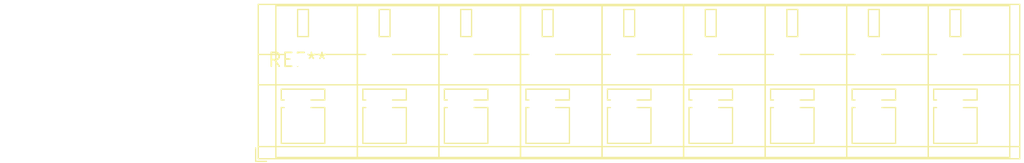
<source format=kicad_pcb>
(kicad_pcb (version 20240108) (generator pcbnew)
  (layers (0 "F.Cu" signal) (31 "B.Cu" signal) (34 "B.Paste" user) (35 "F.Paste" user) (36 "B.SilkS" user "B.Silkscreen") (37 "F.SilkS" user "F.Silkscreen") (38 "B.Mask" user) (39 "F.Mask" user) (44 "Edge.Cuts" user))
  (net 0 "")
  (footprint "TerminalBlock_WAGO_236-509_1x09_P7.50mm_45Degree" (layer "F.Cu") (at 0 0)
    (property "Reference" "REF**")
    (property "Value" "TerminalBlock_WAGO_236-509_1x09_P7.50mm_45Degree")
    (fp_line (start -3.86 8.12) (end -3.86 9.36) (layer "F.SilkS") (stroke (width 0.12)))
    (fp_line (start -3.86 9.36) (end -2.86 9.36) (layer "F.SilkS") (stroke (width 0.12)))
    (fp_line (start -3.62 -5.12) (end -3.62 9.12) (layer "F.SilkS") (stroke (width 0.12)))
    (fp_line (start -3.62 -5.12) (end 66.42 -5.12) (layer "F.SilkS") (stroke (width 0.12)))
    (fp_line (start -3.62 -0.5) (end -1.23 -0.5) (layer "F.SilkS") (stroke (width 0.12)))
    (fp_line (start -3.62 2.3) (end 66.42 2.3) (layer "F.SilkS") (stroke (width 0.12)))
    (fp_line (start -3.62 8) (end 66.42 8) (layer "F.SilkS") (stroke (width 0.12)))
    (fp_line (start -3.62 9.12) (end 66.42 9.12) (layer "F.SilkS") (stroke (width 0.12)))
    (fp_line (start -2 -5) (end -2 9) (layer "F.SilkS") (stroke (width 0.12)))
    (fp_line (start -2 -5) (end 5.5 -5) (layer "F.SilkS") (stroke (width 0.12)))
    (fp_line (start -2 9) (end 5.5 9) (layer "F.SilkS") (stroke (width 0.12)))
    (fp_line (start -1.5 2.7) (end -1.5 3.7) (layer "F.SilkS") (stroke (width 0.12)))
    (fp_line (start -1.5 2.7) (end 2.5 2.7) (layer "F.SilkS") (stroke (width 0.12)))
    (fp_line (start -1.5 3.7) (end -1.23 3.7) (layer "F.SilkS") (stroke (width 0.12)))
    (fp_line (start -1.5 4.4) (end -1.5 7.7) (layer "F.SilkS") (stroke (width 0.12)))
    (fp_line (start -1.5 4.4) (end -1.23 4.4) (layer "F.SilkS") (stroke (width 0.12)))
    (fp_line (start -1.5 7.7) (end 2.5 7.7) (layer "F.SilkS") (stroke (width 0.12)))
    (fp_line (start 0 -4.65) (end 0 -2.151) (layer "F.SilkS") (stroke (width 0.12)))
    (fp_line (start 0 -4.65) (end 1 -4.65) (layer "F.SilkS") (stroke (width 0.12)))
    (fp_line (start 0 -2.151) (end 1 -2.151) (layer "F.SilkS") (stroke (width 0.12)))
    (fp_line (start 1 -4.65) (end 1 -2.151) (layer "F.SilkS") (stroke (width 0.12)))
    (fp_line (start 1.23 -0.5) (end 6.27 -0.5) (layer "F.SilkS") (stroke (width 0.12)))
    (fp_line (start 1.23 3.7) (end 2.5 3.7) (layer "F.SilkS") (stroke (width 0.12)))
    (fp_line (start 1.23 4.4) (end 2.5 4.4) (layer "F.SilkS") (stroke (width 0.12)))
    (fp_line (start 2.5 2.7) (end 2.5 3.7) (layer "F.SilkS") (stroke (width 0.12)))
    (fp_line (start 2.5 4.4) (end 2.5 7.7) (layer "F.SilkS") (stroke (width 0.12)))
    (fp_line (start 5.5 -5) (end 5.5 9) (layer "F.SilkS") (stroke (width 0.12)))
    (fp_line (start 5.5 -5) (end 5.5 9) (layer "F.SilkS") (stroke (width 0.12)))
    (fp_line (start 5.5 -5) (end 13 -5) (layer "F.SilkS") (stroke (width 0.12)))
    (fp_line (start 5.5 9) (end 13 9) (layer "F.SilkS") (stroke (width 0.12)))
    (fp_line (start 6 2.7) (end 6 3.7) (layer "F.SilkS") (stroke (width 0.12)))
    (fp_line (start 6 2.7) (end 10 2.7) (layer "F.SilkS") (stroke (width 0.12)))
    (fp_line (start 6 3.7) (end 6.27 3.7) (layer "F.SilkS") (stroke (width 0.12)))
    (fp_line (start 6 4.4) (end 6 7.7) (layer "F.SilkS") (stroke (width 0.12)))
    (fp_line (start 6 4.4) (end 6.27 4.4) (layer "F.SilkS") (stroke (width 0.12)))
    (fp_line (start 6 7.7) (end 10 7.7) (layer "F.SilkS") (stroke (width 0.12)))
    (fp_line (start 7.5 -4.65) (end 7.5 -2.151) (layer "F.SilkS") (stroke (width 0.12)))
    (fp_line (start 7.5 -4.65) (end 8.5 -4.65) (layer "F.SilkS") (stroke (width 0.12)))
    (fp_line (start 7.5 -2.151) (end 8.5 -2.151) (layer "F.SilkS") (stroke (width 0.12)))
    (fp_line (start 8.5 -4.65) (end 8.5 -2.151) (layer "F.SilkS") (stroke (width 0.12)))
    (fp_line (start 8.73 -0.5) (end 13.77 -0.5) (layer "F.SilkS") (stroke (width 0.12)))
    (fp_line (start 8.73 3.7) (end 10 3.7) (layer "F.SilkS") (stroke (width 0.12)))
    (fp_line (start 8.73 4.4) (end 10 4.4) (layer "F.SilkS") (stroke (width 0.12)))
    (fp_line (start 10 2.7) (end 10 3.7) (layer "F.SilkS") (stroke (width 0.12)))
    (fp_line (start 10 4.4) (end 10 7.7) (layer "F.SilkS") (stroke (width 0.12)))
    (fp_line (start 13 -5) (end 13 9) (layer "F.SilkS") (stroke (width 0.12)))
    (fp_line (start 13 -5) (end 13 9) (layer "F.SilkS") (stroke (width 0.12)))
    (fp_line (start 13 -5) (end 20.5 -5) (layer "F.SilkS") (stroke (width 0.12)))
    (fp_line (start 13 9) (end 20.5 9) (layer "F.SilkS") (stroke (width 0.12)))
    (fp_line (start 13.5 2.7) (end 13.5 3.7) (layer "F.SilkS") (stroke (width 0.12)))
    (fp_line (start 13.5 2.7) (end 17.5 2.7) (layer "F.SilkS") (stroke (width 0.12)))
    (fp_line (start 13.5 3.7) (end 13.77 3.7) (layer "F.SilkS") (stroke (width 0.12)))
    (fp_line (start 13.5 4.4) (end 13.5 7.7) (layer "F.SilkS") (stroke (width 0.12)))
    (fp_line (start 13.5 4.4) (end 13.77 4.4) (layer "F.SilkS") (stroke (width 0.12)))
    (fp_line (start 13.5 7.7) (end 17.5 7.7) (layer "F.SilkS") (stroke (width 0.12)))
    (fp_line (start 15 -4.65) (end 15 -2.151) (layer "F.SilkS") (stroke (width 0.12)))
    (fp_line (start 15 -4.65) (end 16 -4.65) (layer "F.SilkS") (stroke (width 0.12)))
    (fp_line (start 15 -2.151) (end 16 -2.151) (layer "F.SilkS") (stroke (width 0.12)))
    (fp_line (start 16 -4.65) (end 16 -2.151) (layer "F.SilkS") (stroke (width 0.12)))
    (fp_line (start 16.23 -0.5) (end 21.27 -0.5) (layer "F.SilkS") (stroke (width 0.12)))
    (fp_line (start 16.23 3.7) (end 17.5 3.7) (layer "F.SilkS") (stroke (width 0.12)))
    (fp_line (start 16.23 4.4) (end 17.5 4.4) (layer "F.SilkS") (stroke (width 0.12)))
    (fp_line (start 17.5 2.7) (end 17.5 3.7) (layer "F.SilkS") (stroke (width 0.12)))
    (fp_line (start 17.5 4.4) (end 17.5 7.7) (layer "F.SilkS") (stroke (width 0.12)))
    (fp_line (start 20.5 -5) (end 20.5 9) (layer "F.SilkS") (stroke (width 0.12)))
    (fp_line (start 20.5 -5) (end 20.5 9) (layer "F.SilkS") (stroke (width 0.12)))
    (fp_line (start 20.5 -5) (end 28 -5) (layer "F.SilkS") (stroke (width 0.12)))
    (fp_line (start 20.5 9) (end 28 9) (layer "F.SilkS") (stroke (width 0.12)))
    (fp_line (start 21 2.7) (end 21 3.7) (layer "F.SilkS") (stroke (width 0.12)))
    (fp_line (start 21 2.7) (end 25 2.7) (layer "F.SilkS") (stroke (width 0.12)))
    (fp_line (start 21 3.7) (end 21.27 3.7) (layer "F.SilkS") (stroke (width 0.12)))
    (fp_line (start 21 4.4) (end 21 7.7) (layer "F.SilkS") (stroke (width 0.12)))
    (fp_line (start 21 4.4) (end 21.27 4.4) (layer "F.SilkS") (stroke (width 0.12)))
    (fp_line (start 21 7.7) (end 25 7.7) (layer "F.SilkS") (stroke (width 0.12)))
    (fp_line (start 22.5 -4.65) (end 22.5 -2.151) (layer "F.SilkS") (stroke (width 0.12)))
    (fp_line (start 22.5 -4.65) (end 23.5 -4.65) (layer "F.SilkS") (stroke (width 0.12)))
    (fp_line (start 22.5 -2.151) (end 23.5 -2.151) (layer "F.SilkS") (stroke (width 0.12)))
    (fp_line (start 23.5 -4.65) (end 23.5 -2.151) (layer "F.SilkS") (stroke (width 0.12)))
    (fp_line (start 23.73 -0.5) (end 28.77 -0.5) (layer "F.SilkS") (stroke (width 0.12)))
    (fp_line (start 23.73 3.7) (end 25 3.7) (layer "F.SilkS") (stroke (width 0.12)))
    (fp_line (start 23.73 4.4) (end 25 4.4) (layer "F.SilkS") (stroke (width 0.12)))
    (fp_line (start 25 2.7) (end 25 3.7) (layer "F.SilkS") (stroke (width 0.12)))
    (fp_line (start 25 4.4) (end 25 7.7) (layer "F.SilkS") (stroke (width 0.12)))
    (fp_line (start 28 -5) (end 28 9) (layer "F.SilkS") (stroke (width 0.12)))
    (fp_line (start 28 -5) (end 28 9) (layer "F.SilkS") (stroke (width 0.12)))
    (fp_line (start 28 -5) (end 35.5 -5) (layer "F.SilkS") (stroke (width 0.12)))
    (fp_line (start 28 9) (end 35.5 9) (layer "F.SilkS") (stroke (width 0.12)))
    (fp_line (start 28.5 2.7) (end 28.5 3.7) (layer "F.SilkS") (stroke (width 0.12)))
    (fp_line (start 28.5 2.7) (end 32.5 2.7) (layer "F.SilkS") (stroke (width 0.12)))
    (fp_line (start 28.5 3.7) (end 28.77 3.7) (layer "F.SilkS") (stroke (width 0.12)))
    (fp_line (start 28.5 4.4) (end 28.5 7.7) (layer "F.SilkS") (stroke (width 0.12)))
    (fp_line (start 28.5 4.4) (end 28.77 4.4) (layer "F.SilkS") (stroke (width 0.12)))
    (fp_line (start 28.5 7.7) (end 32.5 7.7) (layer "F.SilkS") (stroke (width 0.12)))
    (fp_line (start 30 -4.65) (end 30 -2.151) (layer "F.SilkS") (stroke (width 0.12)))
    (fp_line (start 30 -4.65) (end 31 -4.65) (layer "F.SilkS") (stroke (width 0.12)))
    (fp_line (start 30 -2.151) (end 31 -2.151) (layer "F.SilkS") (stroke (width 0.12)))
    (fp_line (start 31 -4.65) (end 31 -2.151) (layer "F.SilkS") (stroke (width 0.12)))
    (fp_line (start 31.23 -0.5) (end 36.27 -0.5) (layer "F.SilkS") (stroke (width 0.12)))
    (fp_line (start 31.23 3.7) (end 32.5 3.7) (layer "F.SilkS") (stroke (width 0.12)))
    (fp_line (start 31.23 4.4) (end 32.5 4.4) (layer "F.SilkS") (stroke (width 0.12)))
    (fp_line (start 32.5 2.7) (end 32.5 3.7) (layer "F.SilkS") (stroke (width 0.12)))
    (fp_line (start 32.5 4.4) (end 32.5 7.7) (layer "F.SilkS") (stroke (width 0.12)))
    (fp_line (start 35.5 -5) (end 35.5 9) (layer "F.SilkS") (stroke (width 0.12)))
    (fp_line (start 35.5 -5) (end 35.5 9) (layer "F.SilkS") (stroke (width 0.12)))
    (fp_line (start 35.5 -5) (end 43 -5) (layer "F.SilkS") (stroke (width 0.12)))
    (fp_line (start 35.5 9) (end 43 9) (layer "F.SilkS") (stroke (width 0.12)))
    (fp_line (start 36 2.7) (end 36 3.7) (layer "F.SilkS") (stroke (width 0.12)))
    (fp_line (start 36 2.7) (end 40 2.7) (layer "F.SilkS") (stroke (width 0.12)))
    (fp_line (start 36 3.7) (end 36.27 3.7) (layer "F.SilkS") (stroke (width 0.12)))
    (fp_line (start 36 4.4) (end 36 7.7) (layer "F.SilkS") (stroke (width 0.12)))
    (fp_line (start 36 4.4) (end 36.27 4.4) (layer "F.SilkS") (stroke (width 0.12)))
    (fp_line (start 36 7.7) (end 40 7.7) (layer "F.SilkS") (stroke (width 0.12)))
    (fp_line (start 37.5 -4.65) (end 37.5 -2.151) (layer "F.SilkS") (stroke (width 0.12)))
    (fp_line (start 37.5 -4.65) (end 38.5 -4.65) (layer "F.SilkS") (stroke (width 0.12)))
    (fp_line (start 37.5 -2.151) (end 38.5 -2.151) (layer "F.SilkS") (stroke (width 0.12)))
    (fp_line (start 38.5 -4.65) (end 38.5 -2.151) (layer "F.SilkS") (stroke (width 0.12)))
    (fp_line (start 38.73 -0.5) (end 43.77 -0.5) (layer "F.SilkS") (stroke (width 0.12)))
    (fp_line (start 38.73 3.7) (end 40 3.7) (layer "F.SilkS") (stroke (width 0.12)))
    (fp_line (start 38.73 4.4) (end 40 4.4) (layer "F.SilkS") (stroke (width 0.12)))
    (fp_line (start 40 2.7) (end 40 3.7) (layer "F.SilkS") (stroke (width 0.12)))
    (fp_line (start 40 4.4) (end 40 7.7) (layer "F.SilkS") (stroke (width 0.12)))
    (fp_line (start 43 -5) (end 43 9) (layer "F.SilkS") (stroke (width 0.12)))
    (fp_line (start 43 -5) (end 43 9) (layer "F.SilkS") (stroke (width 0.12)))
    (fp_line (start 43 -5) (end 50.5 -5) (layer "F.SilkS") (stroke (width 0.12)))
    (fp_line (start 43 9) (end 50.5 9) (layer "F.SilkS") (stroke (width 0.12)))
    (fp_line (start 43.5 2.7) (end 43.5 3.7) (layer "F.SilkS") (stroke (width 0.12)))
    (fp_line (start 43.5 2.7) (end 47.5 2.7) (layer "F.SilkS") (stroke (width 0.12)))
    (fp_line (start 43.5 3.7) (end 43.77 3.7) (layer "F.SilkS") (stroke (width 0.12)))
    (fp_line (start 43.5 4.4) (end 43.5 7.7) (layer "F.SilkS") (stroke (width 0.12)))
    (fp_line (start 43.5 4.4) (end 43.77 4.4) (layer "F.SilkS") (stroke (width 0.12)))
    (fp_line (start 43.5 7.7) (end 47.5 7.7) (layer "F.SilkS") (stroke (width 0.12)))
    (fp_line (start 45 -4.65) (end 45 -2.151) (layer "F.SilkS") (stroke (width 0.12)))
    (fp_line (start 45 -4.65) (end 46 -4.65) (layer "F.SilkS") (stroke (width 0.12)))
    (fp_line (start 45 -2.151) (end 46 -2.151) (layer "F.SilkS") (stroke (width 0.12)))
    (fp_line (start 46 -4.65) (end 46 -2.151) (layer "F.SilkS") (stroke (width 0.12)))
    (fp_line (start 46.23 -0.5) (end 51.27 -0.5) (layer "F.SilkS") (stroke (width 0.12)))
    (fp_line (start 46.23 3.7) (end 47.5 3.7) (layer "F.SilkS") (stroke (width 0.12)))
    (fp_line (start 46.23 4.4) (end 47.5 4.4) (layer "F.SilkS") (stroke (width 0.12)))
    (fp_line (start 47.5 2.7) (end 47.5 3.7) (layer "F.SilkS") (stroke (width 0.12)))
    (fp_line (start 47.5 4.4) (end 47.5 7.7) (layer "F.SilkS") (stroke (width 0.12)))
    (fp_line (start 50.5 -5) (end 50.5 9) (layer "F.SilkS") (stroke (width 0.12)))
    (fp_line (start 50.5 -5) (end 50.5 9) (layer "F.SilkS") (stroke (width 0.12)))
    (fp_line (start 50.5 -5) (end 58 -5) (layer "F.SilkS") (stroke (width 0.12)))
    (fp_line (start 50.5 9) (end 58 9) (layer "F.SilkS") (stroke (width 0.12)))
    (fp_line (start 51 2.7) (end 51 3.7) (layer "F.SilkS") (stroke (width 0.12)))
    (fp_line (start 51 2.7) (end 55 2.7) (layer "F.SilkS") (stroke (width 0.12)))
    (fp_line (start 51 3.7) (end 51.27 3.7) (layer "F.SilkS") (stroke (width 0.12)))
    (fp_line (start 51 4.4) (end 51 7.7) (layer "F.SilkS") (stroke (width 0.12)))
    (fp_line (start 51 4.4) (end 51.27 4.4) (layer "F.SilkS") (stroke (width 0.12)))
    (fp_line (start 51 7.7) (end 55 7.7) (layer "F.SilkS") (stroke (width 0.12)))
    (fp_line (start 52.5 -4.65) (end 52.5 -2.151) (layer "F.SilkS") (stroke (width 0.12)))
    (fp_line (start 52.5 -4.65) (end 53.5 -4.65) (layer "F.SilkS") (stroke (width 0.12)))
    (fp_line (start 52.5 -2.151) (end 53.5 -2.151) (layer "F.SilkS") (stroke (width 0.12)))
    (fp_line (start 53.5 -4.65) (end 53.5 -2.151) (layer "F.SilkS") (stroke (width 0.12)))
    (fp_line (start 53.73 -0.5) (end 58.77 -0.5) (layer "F.SilkS") (stroke (width 0.12)))
    (fp_line (start 53.73 3.7) (end 55 3.7) (layer "F.SilkS") (stroke (width 0.12)))
    (fp_line (start 53.73 4.4) (end 55 4.4) (layer "F.SilkS") (stroke (width 0.12)))
    (fp_line (start 55 2.7) (end 55 3.7) (layer "F.SilkS") (stroke (width 0.12)))
    (fp_line (start 55 4.4) (end 55 7.7) (layer "F.SilkS") (stroke (width 0.12)))
    (fp_line (start 58 -5) (end 58 9) (layer "F.SilkS") (stroke (width 0.12)))
    (fp_line (start 58 -5) (end 58 9) (layer "F.SilkS") (stroke (width 0.12)))
    (fp_line (start 58 -5) (end 65.5 -5) (layer "F.SilkS") (stroke (width 0.12)))
    (fp_line (start 58 9) (end 65.5 9) (layer "F.SilkS") (stroke (width 0.12)))
    (fp_line (start 58.5 2.7) (end 58.5 3.7) (layer "F.SilkS") (stroke (width 0.12)))
    (fp_line (start 58.5 2.7) (end 62.5 2.7) (layer "F.SilkS") (stroke (width 0.12)))
    (fp_line (start 58.5 3.7) (end 58.77 3.7) (layer "F.SilkS") (stroke (width 0.12)))
    (fp_line (start 58.5 4.4) (end 58.5 7.7) (layer "F.SilkS") (stroke (width 0.12)))
    (fp_line (start 58.5 4.4) (end 58.77 4.4) (layer "F.SilkS") (stroke (width 0.12)))
    (fp_line (start 58.5 7.7) (end 62.5 7.7) (layer "F.SilkS") (stroke (width 0.12)))
    (fp_line (start 60 -4.65) (end 60 -2.151) (layer "F.SilkS") (stroke (width 0.12)))
    (fp_line (start 60 -4.65) (end 61 -4.65) (layer "F.SilkS") (stroke (width 0.12)))
    (fp_line (start 60 -2.151) (end 61 -2.151) (layer "F.SilkS") (stroke (width 0.12)))
    (fp_line (start 61 -4.65) (end 61 -2.151) (layer "F.SilkS") (stroke (width 0.12)))
    (fp_line (start 61.23 -0.5) (end 66.42 -0.5) (layer "F.SilkS") (stroke (width 0.12)))
    (fp_line (start 61.23 3.7) (end 62.5 3.7) (layer "F.SilkS") (stroke (width 0.12)))
    (fp_line (start 61.23 4.4) (end 62.5 4.4) (layer "F.SilkS") (stroke (width 0.12)))
    (fp_line (start 62.5 2.7) (end 62.5 3.7) (layer "F.SilkS") (stroke (width 0.12)))
    (fp_line (start 62.5 4.4) (end 62.5 7.7) (layer "F.SilkS") (stroke (width 0.12)))
    (fp_line (start 65.5 -5) (end 65.5 9) (layer "F.SilkS") (stroke (width 0.12)))
    (fp_line (start 66.42 -5.12) (end 66.42 9.12) (layer "F.SilkS") (stroke (width 0.12)))
    (pad "1" thru_hole rect (at 0 0) (size 1.5 3) (drill 1.15) (layers *.Cu *.Mask) (remove_unused_layers))
    (pad "1" thru_hole rect (at 0 5) (size 1.5 3) (drill 1.15) (layers *.Cu *.Mask) (remove_unused_layers))
    (pad "2" thru_hole oval (at 7.5 0) (size 1.5 3) (drill 1.15) (layers *.Cu *.Mask) (remove_unused_layers))
    (pad "2" thru_hole oval (at 7.5 5) (size 1.5 3) (drill 1.15) (layers *.Cu *.Mask) (remove_unused_layers))
    (pad "3" thru_hole oval (at 15 0) (size 1.5 3) (drill 1.15) (layers *.Cu *.Mask) (remove_unused_layers))
    (pad "3" thru_hole oval (at 15 5) (size 1.5 3) (drill 1.15) (layers *.Cu *.Mask) (remove_unused_layers))
    (pad "4" thru_hole oval (at 22.5 0) (size 1.5 3) (drill 1.15) (layers *.Cu *.Mask) (remove_unused_layers))
    (pad "4" thru_hole oval (at 22.5 5) (size 1.5 3) (drill 1.15) (layers *.Cu *.Mask) (remove_unused_layers))
    (pad "5" thru_hole oval (at 30 0) (size 1.5 3) (drill 1.15) (layers *.Cu *.Mask) (remove_unused_layers))
    (pad "5" thru_hole oval (at 30 5) (size 1.5 3) (drill 1.15) (layers *.Cu *.Mask) (remove_unused_layers))
    (pad "6" thru_hole oval (at 37.5 0) (size 1.5 3) (drill 1.15) (layers *.Cu *.Mask) (remove_unused_layers))
    (pad "6" thru_hole oval (at 37.5 5) (size 1.5 3) (drill 1.15) (layers *.Cu *.Mask) (remove_unused_layers))
    (pad "7" thru_hole oval (at 45 0) (size 1.5 3) (drill 1.15) (layers *.Cu *.Mask) (remove_unused_layers))
    (pad "7" thru_hole oval (at 45 5) (size 1.5 3) (drill 1.15) (layers *.Cu *.Mask) (remove_unused_layers))
    (pad "8" thru_hole oval (at 52.5 0) (size 1.5 3) (drill 1.15) (layers *.Cu *.Mask) (remove_unused_layers))
    (pad "8" thru_hole oval (at 52.5 5) (size 1.5 3) (drill 1.15) (layers *.Cu *.Mask) (remove_unused_layers))
    (pad "9" thru_hole oval (at 60 0) (size 1.5 3) (drill 1.15) (layers *.Cu *.Mask) (remove_unused_layers))
    (pad "9" thru_hole oval (at 60 5) (size 1.5 3) (drill 1.15) (layers *.Cu *.Mask) (remove_unused_layers))
  )
)
</source>
